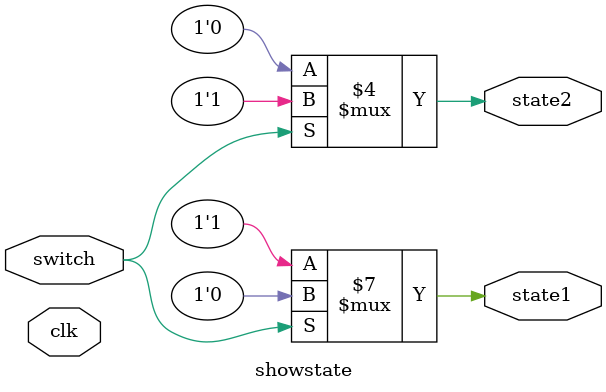
<source format=v>
`timescale 1ns / 1ps


module showstate(
input clk,
input switch,
output reg state1,
output reg state2
    );
  always@(clk)
     begin
         if(~switch)
            begin
                state1<=1'b1;
                state2<=1'b0;
             end   
          else
            begin
                 state2<=1'b1;
                 state1<=1'b0;
            end
          
     end  
    
endmodule

</source>
